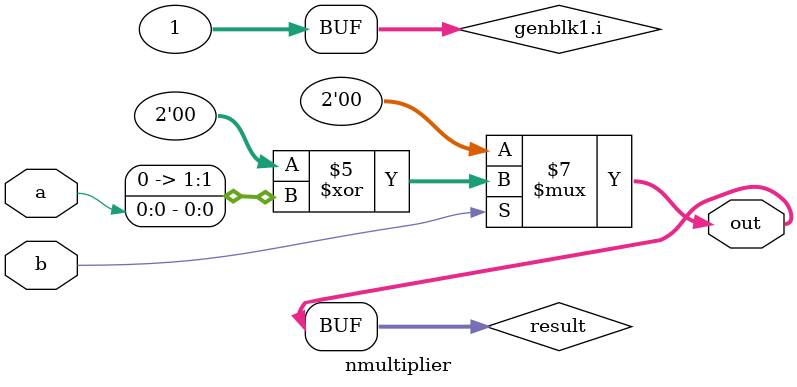
<source format=v>
`timescale 1ns / 1ps
module nmultiplier #(parameter k=1)(
  input [k-1:0] a,
  input [k-1:0] b,
  output [2*k-1:0] out
);
  parameter s=k/2;
  reg [2*k-1:0] result;
  if(k==1)begin
    integer i;
    always @(*) begin
      result=0;
      for (i = 0; i < 1; i = i + 1) begin
        if (b[i] == 1) begin
          result = result ^ (a << i);
          end
        end
    end
  end
  // else if(k==10)begin
  //   integer i;
  //   always @(*) begin
  //     result=0;
  //     for (i = 0; i < 11; i = i + 1) begin
  //       if (b[i] == 1) begin
  //         result = result ^ (a << i);
  //         end
  //       end
  //   end
  // end
  else begin

  wire [2*(k/2)-1:0] albl;
  nmultiplier #(k/2) km1(.a(a[k/2-1:0]), .b(b[k/2-1:0]), .out(albl));

  wire [2*(k-k/2)-1:0] ahbh;
  nmultiplier #(k-k/2) km2(.a(a[k-1:k/2]), .b(b[k-1:k/2]), .out(ahbh));

  wire [2*(k-k/2)-1:0] s_mid;
  nmultiplier #(k-k/2) km3(.a(a[k-1:k/2]^a[k/2-1:0]), .b(b[k-1:k/2]^b[k/2-1:0]), .out(s_mid));
   always @(*) begin
      result=0;
      result=result^albl;
      result=result^(ahbh<<2*s);
      result=result^((s_mid^albl^ahbh)<<s);
    end
  end
  assign out=result;
endmodule
</source>
